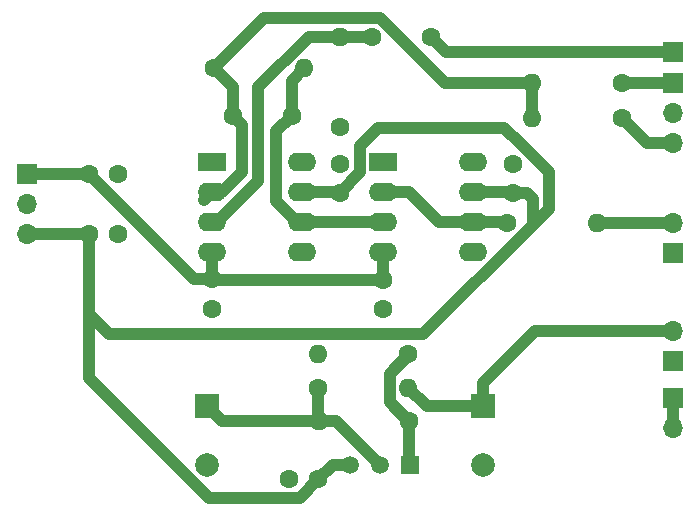
<source format=gtl>
G04 #@! TF.FileFunction,Copper,L1,Top,Signal*
%FSLAX46Y46*%
G04 Gerber Fmt 4.6, Leading zero omitted, Abs format (unit mm)*
G04 Created by KiCad (PCBNEW 4.0.7-e2-6376~60~ubuntu17.10.1) date Mon Dec 18 15:30:29 2017*
%MOMM*%
%LPD*%
G01*
G04 APERTURE LIST*
%ADD10C,0.100000*%
%ADD11C,1.600000*%
%ADD12R,2.000000X2.000000*%
%ADD13C,2.000000*%
%ADD14R,1.700000X1.700000*%
%ADD15O,1.700000X1.700000*%
%ADD16R,2.400000X1.600000*%
%ADD17O,2.400000X1.600000*%
%ADD18O,1.600000X1.600000*%
%ADD19C,1.520000*%
%ADD20R,1.520000X1.520000*%
%ADD21C,1.000000*%
%ADD22C,0.500000*%
G04 APERTURE END LIST*
D10*
D11*
X121250000Y-126650000D03*
X121250000Y-124150000D03*
D12*
X106300000Y-134850000D03*
D13*
X106300000Y-139850000D03*
D12*
X129700000Y-134850000D03*
D13*
X129700000Y-139850000D03*
D11*
X113500000Y-110250000D03*
X108500000Y-110250000D03*
D14*
X145800000Y-107500000D03*
D15*
X145800000Y-110040000D03*
X145800000Y-112580000D03*
D16*
X106750000Y-114180000D03*
D17*
X114370000Y-121800000D03*
X106750000Y-116720000D03*
X114370000Y-119260000D03*
X106750000Y-119260000D03*
X114370000Y-116720000D03*
X106750000Y-121800000D03*
X114370000Y-114180000D03*
D16*
X121250000Y-114180000D03*
D17*
X128870000Y-121800000D03*
X121250000Y-116720000D03*
X128870000Y-119260000D03*
X121250000Y-119260000D03*
X128870000Y-116720000D03*
X121250000Y-121800000D03*
X128870000Y-114180000D03*
D14*
X145750000Y-121890000D03*
D15*
X145750000Y-119350000D03*
D14*
X145800000Y-131040000D03*
D15*
X145800000Y-128500000D03*
D14*
X145800000Y-104850000D03*
D11*
X117550000Y-111170000D03*
D18*
X117550000Y-103550000D03*
D11*
X131730000Y-119350000D03*
D18*
X139350000Y-119350000D03*
D11*
X141450000Y-107450000D03*
D18*
X133830000Y-107450000D03*
D11*
X141450000Y-110450000D03*
D18*
X133830000Y-110450000D03*
D11*
X123400000Y-136100000D03*
D18*
X115780000Y-136100000D03*
D11*
X123350000Y-130450000D03*
D18*
X115730000Y-130450000D03*
D11*
X115750000Y-133300000D03*
D18*
X123370000Y-133300000D03*
D11*
X106930000Y-106250000D03*
D18*
X114550000Y-106250000D03*
D19*
X121000000Y-139850000D03*
X118460000Y-139850000D03*
D20*
X123540000Y-139850000D03*
D11*
X120250000Y-103550000D03*
X125250000Y-103550000D03*
X115750000Y-141050000D03*
X113250000Y-141050000D03*
X96300000Y-120300000D03*
X98800000Y-120300000D03*
X96300000Y-115200000D03*
X98800000Y-115200000D03*
X132250000Y-114300000D03*
X132250000Y-116800000D03*
X117550000Y-114300000D03*
X117550000Y-116800000D03*
X106750000Y-126600000D03*
X106750000Y-124100000D03*
D14*
X91050000Y-115200000D03*
D15*
X91050000Y-117740000D03*
X91050000Y-120280000D03*
D14*
X145750000Y-134160000D03*
D15*
X145750000Y-136700000D03*
D21*
X117550000Y-103550000D02*
X114955998Y-103550000D01*
X110650000Y-115760000D02*
X107150000Y-119260000D01*
X114955998Y-103550000D02*
X110650000Y-107855998D01*
X110650000Y-107855998D02*
X110650000Y-115760000D01*
X107150000Y-119260000D02*
X106750000Y-119260000D01*
X120250000Y-103550000D02*
X117550000Y-103550000D01*
X106750000Y-119260000D02*
X106802045Y-119260000D01*
X145800000Y-104850000D02*
X126550000Y-104850000D01*
X126550000Y-104850000D02*
X125250000Y-103550000D01*
X124624002Y-128750000D02*
X98750000Y-128750000D01*
X98050000Y-128750000D02*
X96300000Y-127000000D01*
X96300000Y-128250000D02*
X96300000Y-127000000D01*
X96300000Y-127000000D02*
X96300000Y-120300000D01*
X98750000Y-128750000D02*
X98050000Y-128750000D01*
X117550000Y-116800000D02*
X119299999Y-115050001D01*
X119299999Y-115050001D02*
X119299999Y-112779999D01*
X120829998Y-111250000D02*
X131494002Y-111250000D01*
X119299999Y-112779999D02*
X120829998Y-111250000D01*
X131494002Y-111250000D02*
X132874001Y-112629999D01*
X135250000Y-118124002D02*
X133874002Y-119500000D01*
X133874002Y-119500000D02*
X124624002Y-128750000D01*
X133874002Y-117292632D02*
X133874002Y-119500000D01*
X132250000Y-116800000D02*
X133381370Y-116800000D01*
X133381370Y-116800000D02*
X133874002Y-117292632D01*
X132874001Y-112629999D02*
X135250000Y-115005998D01*
X135250000Y-115005998D02*
X135250000Y-118124002D01*
X96300000Y-128750000D02*
X96300000Y-128250000D01*
X115750000Y-141050000D02*
X114199999Y-142600001D01*
X114199999Y-142600001D02*
X106459999Y-142600001D01*
X106459999Y-142600001D02*
X96300000Y-132440002D01*
X96300000Y-132440002D02*
X96300000Y-128250000D01*
X133800001Y-113555999D02*
X132874001Y-112629999D01*
X91050000Y-120280000D02*
X96280000Y-120280000D01*
X96280000Y-120280000D02*
X96300000Y-120300000D01*
X128870000Y-116720000D02*
X132170000Y-116720000D01*
X132170000Y-116720000D02*
X132250000Y-116800000D01*
X114370000Y-116720000D02*
X117670000Y-116720000D01*
X117670000Y-116720000D02*
X117750000Y-116800000D01*
X118460000Y-139850000D02*
X116950000Y-139850000D01*
X116950000Y-139850000D02*
X115750000Y-141050000D01*
D22*
X118960000Y-139850000D02*
X116950000Y-139850000D01*
D21*
X115750000Y-133300000D02*
X115750000Y-136070000D01*
X115750000Y-136070000D02*
X115780000Y-136100000D01*
X115780000Y-136100000D02*
X107550000Y-136100000D01*
X107550000Y-136100000D02*
X106300000Y-134850000D01*
X121000000Y-139850000D02*
X117250000Y-136100000D01*
X117250000Y-136100000D02*
X115780000Y-136100000D01*
X145800000Y-128500000D02*
X134050000Y-128500000D01*
X134050000Y-128500000D02*
X129700000Y-132850000D01*
X129700000Y-132850000D02*
X129700000Y-134850000D01*
X129700000Y-134850000D02*
X124920000Y-134850000D01*
X124920000Y-134850000D02*
X123370000Y-133300000D01*
D22*
X129700000Y-134850000D02*
X124710000Y-134850000D01*
X124710000Y-134850000D02*
X123160000Y-133300000D01*
D21*
X96300000Y-115200000D02*
X105200000Y-124100000D01*
X105200000Y-124100000D02*
X106750000Y-124100000D01*
X121250000Y-121800000D02*
X121250000Y-124150000D01*
X106750000Y-121800000D02*
X106750000Y-124100000D01*
X121250000Y-124150000D02*
X106800000Y-124150000D01*
X106800000Y-124150000D02*
X106750000Y-124100000D01*
X91050000Y-115200000D02*
X96300000Y-115200000D01*
X121244888Y-121805112D02*
X121250000Y-121800000D01*
X128870000Y-119260000D02*
X131640000Y-119260000D01*
X131640000Y-119260000D02*
X131730000Y-119350000D01*
X121250000Y-116720000D02*
X121960000Y-116720000D01*
X121250000Y-116720000D02*
X123450000Y-116720000D01*
X123450000Y-116720000D02*
X125990000Y-119260000D01*
X125990000Y-119260000D02*
X128870000Y-119260000D01*
X123400000Y-136100000D02*
X123400000Y-139710000D01*
X123400000Y-139710000D02*
X123540000Y-139850000D01*
X123400000Y-130500000D02*
X121819999Y-132080001D01*
X121819999Y-132080001D02*
X121819999Y-134519999D01*
X121819999Y-134519999D02*
X123400000Y-136100000D01*
D22*
X123160000Y-136300000D02*
X121859999Y-134999999D01*
X121859999Y-134999999D02*
X121859999Y-131600001D01*
X121859999Y-131600001D02*
X123160000Y-130300000D01*
D21*
X121250000Y-119260000D02*
X114370000Y-119260000D01*
X113500000Y-110250000D02*
X113500000Y-107300000D01*
X113500000Y-107300000D02*
X114550000Y-106250000D01*
X114370000Y-119260000D02*
X113970000Y-119260000D01*
X113970000Y-119260000D02*
X112170000Y-117460000D01*
X112170000Y-117460000D02*
X112170000Y-111580000D01*
X112170000Y-111580000D02*
X113500000Y-110250000D01*
X133830000Y-107450000D02*
X126444002Y-107450000D01*
X126444002Y-107450000D02*
X120994001Y-101999999D01*
X120994001Y-101999999D02*
X111180001Y-101999999D01*
X111180001Y-101999999D02*
X106930000Y-106250000D01*
X133830000Y-107450000D02*
X133830000Y-110450000D01*
X106090000Y-117380000D02*
X106750000Y-116720000D01*
X108500000Y-110250000D02*
X108500000Y-107820000D01*
X108500000Y-107820000D02*
X106930000Y-106250000D01*
X106750000Y-116720000D02*
X107560002Y-116720000D01*
X107560002Y-116720000D02*
X109299999Y-114980003D01*
X109299999Y-114980003D02*
X109299999Y-111049999D01*
X109299999Y-111049999D02*
X108500000Y-110250000D01*
D22*
X106220000Y-117250000D02*
X106750000Y-116720000D01*
D21*
X141450000Y-107450000D02*
X145750000Y-107450000D01*
X145750000Y-107450000D02*
X145800000Y-107500000D01*
X145800000Y-112580000D02*
X143580000Y-112580000D01*
X143580000Y-112580000D02*
X141450000Y-110450000D01*
X145750000Y-119350000D02*
X139350000Y-119350000D01*
X145750000Y-134160000D02*
X145750000Y-136700000D01*
M02*

</source>
